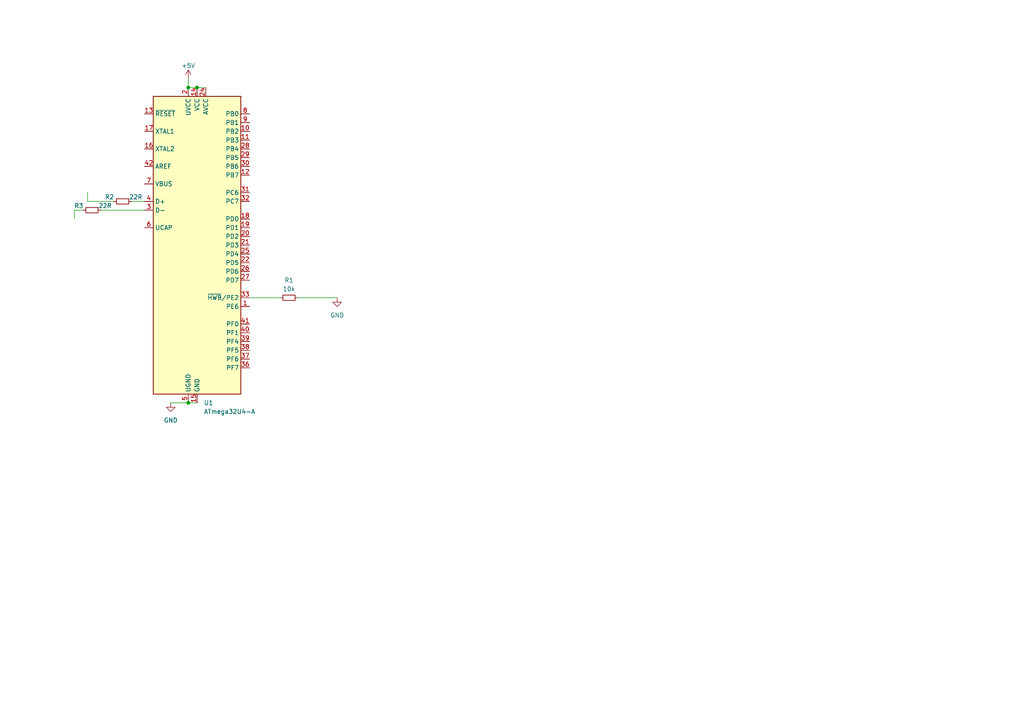
<source format=kicad_sch>
(kicad_sch (version 20230121) (generator eeschema)
  (paper "A4")
  (lib_symbols
    (symbol "Device:R_Small" (pin_numbers hide) (pin_names (offset 0.254) hide)
      (property "Reference" "R" (at 0.762 0.508 0))
      (property "Value" "R_Small" (at 0.762 -1.016 0))
      (symbol "R_Small_0_1"
        (rectangle (start -0.762 1.778) (end 0.762 -1.778) (stroke (width 0.2032)))
      )
      (symbol "R_Small_1_1"
        (pin passive line (at 0 2.54 270) (length 0.762) (name "~") (number "1"))
        (pin passive line (at 0 -2.54 90) (length 0.762) (name "~") (number "2"))
      )
    )
    (symbol "MCU_Microchip_ATmega:ATmega32U4-A"
      (property "Reference" "U" (at -12.7 44.45 0))
      (property "Value" "ATmega32U4-A" (at 2.54 -44.45 0))
      (symbol "ATmega32U4-A_0_1"
        (rectangle (start -12.7 -43.18) (end 12.7 43.18) (stroke (width 0.254)) (fill (type background)))
      )
      (symbol "ATmega32U4-A_1_1"
        (pin bidirectional line (at 15.24 -17.78 180) (length 2.54) (name "PE6") (number "1"))
        (pin bidirectional line (at 15.24 33.02 180) (length 2.54) (name "PB2") (number "10"))
        (pin bidirectional line (at 15.24 30.48 180) (length 2.54) (name "PB3") (number "11"))
        (pin bidirectional line (at 15.24 20.32 180) (length 2.54) (name "PB7") (number "12"))
        (pin input line (at -15.24 38.1 0) (length 2.54) (name "~{RESET}") (number "13"))
        (pin power_in line (at 0 45.72 270) (length 2.54) (name "VCC") (number "14"))
        (pin power_in line (at 0 -45.72 90) (length 2.54) (name "GND") (number "15"))
        (pin output line (at -15.24 27.94 0) (length 2.54) (name "XTAL2") (number "16"))
        (pin input line (at -15.24 33.02 0) (length 2.54) (name "XTAL1") (number "17"))
        (pin bidirectional line (at 15.24 7.62 180) (length 2.54) (name "PD0") (number "18"))
        (pin bidirectional line (at 15.24 5.08 180) (length 2.54) (name "PD1") (number "19"))
        (pin power_in line (at -2.54 45.72 270) (length 2.54) (name "UVCC") (number "2"))
        (pin bidirectional line (at 15.24 2.54 180) (length 2.54) (name "PD2") (number "20"))
        (pin bidirectional line (at 15.24 0 180) (length 2.54) (name "PD3") (number "21"))
        (pin bidirectional line (at 15.24 -5.08 180) (length 2.54) (name "PD5") (number "22"))
        (pin passive line (at 0 -45.72 90) (length 2.54) hide (name "GND") (number "23"))
        (pin power_in line (at 2.54 45.72 270) (length 2.54) (name "AVCC") (number "24"))
        (pin bidirectional line (at 15.24 -2.54 180) (length 2.54) (name "PD4") (number "25"))
        (pin bidirectional line (at 15.24 -7.62 180) (length 2.54) (name "PD6") (number "26"))
        (pin bidirectional line (at 15.24 -10.16 180) (length 2.54) (name "PD7") (number "27"))
        (pin bidirectional line (at 15.24 27.94 180) (length 2.54) (name "PB4") (number "28"))
        (pin bidirectional line (at 15.24 25.4 180) (length 2.54) (name "PB5") (number "29"))
        (pin bidirectional line (at -15.24 10.16 0) (length 2.54) (name "D-") (number "3"))
        (pin bidirectional line (at 15.24 22.86 180) (length 2.54) (name "PB6") (number "30"))
        (pin bidirectional line (at 15.24 15.24 180) (length 2.54) (name "PC6") (number "31"))
        (pin bidirectional line (at 15.24 12.7 180) (length 2.54) (name "PC7") (number "32"))
        (pin bidirectional line (at 15.24 -15.24 180) (length 2.54) (name "~{HWB}/PE2") (number "33"))
        (pin passive line (at 0 45.72 270) (length 2.54) hide (name "VCC") (number "34"))
        (pin passive line (at 0 -45.72 90) (length 2.54) hide (name "GND") (number "35"))
        (pin bidirectional line (at 15.24 -35.56 180) (length 2.54) (name "PF7") (number "36"))
        (pin bidirectional line (at 15.24 -33.02 180) (length 2.54) (name "PF6") (number "37"))
        (pin bidirectional line (at 15.24 -30.48 180) (length 2.54) (name "PF5") (number "38"))
        (pin bidirectional line (at 15.24 -27.94 180) (length 2.54) (name "PF4") (number "39"))
        (pin bidirectional line (at -15.24 12.7 0) (length 2.54) (name "D+") (number "4"))
        (pin bidirectional line (at 15.24 -25.4 180) (length 2.54) (name "PF1") (number "40"))
        (pin bidirectional line (at 15.24 -22.86 180) (length 2.54) (name "PF0") (number "41"))
        (pin passive line (at -15.24 22.86 0) (length 2.54) (name "AREF") (number "42"))
        (pin passive line (at 0 -45.72 90) (length 2.54) hide (name "GND") (number "43"))
        (pin passive line (at 2.54 45.72 270) (length 2.54) hide (name "AVCC") (number "44"))
        (pin passive line (at -2.54 -45.72 90) (length 2.54) (name "UGND") (number "5"))
        (pin passive line (at -15.24 5.08 0) (length 2.54) (name "UCAP") (number "6"))
        (pin input line (at -15.24 17.78 0) (length 2.54) (name "VBUS") (number "7"))
        (pin bidirectional line (at 15.24 38.1 180) (length 2.54) (name "PB0") (number "8"))
        (pin bidirectional line (at 15.24 35.56 180) (length 2.54) (name "PB1") (number "9"))
      )
    )
    (symbol "power:+5V" (power) (pin_names (offset 0))
      (property "Value" "+5V" (at 0 3.556 0))
      (symbol "+5V_0_1"
        (polyline (pts (xy -0.762 1.27) (xy 0 2.54)))
        (polyline (pts (xy 0 0) (xy 0 2.54)))
        (polyline (pts (xy 0 2.54) (xy 0.762 1.27)))
      )
      (symbol "+5V_1_1"
        (pin power_in line (at 0 0 90) (length 0) hide (name "+5V") (number "1"))
      )
    )
    (symbol "power:GND" (power) (pin_names (offset 0))
      (property "Value" "GND" (at 0 -3.81 0))
      (symbol "GND_0_1"
        (polyline (pts (xy 0 0) (xy 0 -1.27) (xy 1.27 -1.27) (xy 0 -2.54) (xy -1.27 -1.27) (xy 0 -1.27)))
      )
      (symbol "GND_1_1"
        (pin power_in line (at 0 0 270) (length 0) hide (name "GND") (number "1"))
      )
    )
  )
  (junction (at 54.61 25.4))
  (junction (at 57.15 25.4))
  (junction (at 54.61 116.84))
  (wire (pts (xy 24.13 60.96) (xy 21.59 60.96)))
  (wire (pts (xy 25.4 55.88) (xy 25.4 58.42)))
  (wire (pts (xy 57.15 25.4) (xy 59.69 25.4)))
  (wire (pts (xy 54.61 25.4) (xy 57.15 25.4)))
  (wire (pts (xy 21.59 60.96) (xy 21.59 63.5)))
  (wire (pts (xy 25.4 58.42) (xy 33.02 58.42)))
  (wire (pts (xy 29.21 60.96) (xy 41.91 60.96)))
  (wire (pts (xy 72.39 86.36) (xy 81.28 86.36)))
  (wire (pts (xy 54.61 116.84) (xy 57.15 116.84)))
  (wire (pts (xy 86.36 86.36) (xy 97.79 86.36)))
  (wire (pts (xy 49.53 116.84) (xy 54.61 116.84)))
  (wire (pts (xy 38.1 58.42) (xy 41.91 58.42)))
  (wire (pts (xy 54.61 22.86) (xy 54.61 25.4)))
  (symbol (lib_id "Device:R_Small") (at 83.82 86.36 90) (unit 1)
    (property "Reference" "R1" (at 83.82 81.28 90))
    (property "Value" "10k" (at 83.82 83.82 90))
  )
  (symbol (lib_id "MCU_Microchip_ATmega:ATmega32U4-A") (at 57.15 71.12 0) (unit 1)
    (property "Reference" "U1" (at 59.1059 116.84 0) (effects (justify left)))
    (property "Value" "ATmega32U4-A" (at 59.1059 119.38 0) (effects (justify left)))
    (property "Footprint" "Package_QFP:TQFP-44_10x10mm_P0.8mm" (effects hide))
    (property "Datasheet" "http://ww1.microchip.com/downloads/en/DeviceDoc/Atmel-7766-8-bit-AVR-ATmega16U4-32U4_Datasheet.pdf" (effects hide))
  )
  (symbol (lib_id "power:GND") (at 97.79 86.36 0) (unit 1)
    (property "Reference" "#PWR03" (effects hide))
    (property "Value" "GND" (at 97.79 91.44 0))
  )
  (symbol (lib_id "Device:R_Small") (at 35.56 58.42 90) (unit 1)
    (property "Reference" "R2" (at 31.75 57.15 90))
    (property "Value" "22R" (at 39.37 57.15 90))
  )
  (symbol (lib_id "power:+5V") (at 54.61 22.86 0) (unit 1)
    (property "Reference" "#PWR01" (effects hide))
    (property "Value" "+5V" (at 54.61 19.05 0))
  )
  (symbol (lib_id "Device:R_Small") (at 26.67 60.96 90) (unit 1)
    (property "Reference" "R3" (at 22.86 59.69 90))
    (property "Value" "22R" (at 30.48 59.69 90))
  )
  (symbol (lib_id "power:GND") (at 49.53 116.84 0) (unit 1)
    (property "Reference" "#PWR02" (effects hide))
    (property "Value" "GND" (at 49.53 121.92 0))
  )
)
</source>
